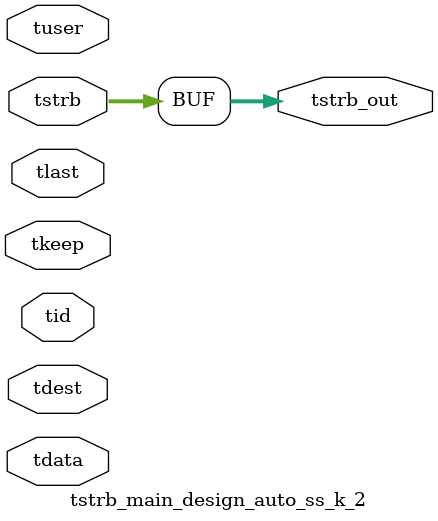
<source format=v>


`timescale 1ps/1ps

module tstrb_main_design_auto_ss_k_2 #
(
parameter C_S_AXIS_TDATA_WIDTH = 32,
parameter C_S_AXIS_TUSER_WIDTH = 0,
parameter C_S_AXIS_TID_WIDTH   = 0,
parameter C_S_AXIS_TDEST_WIDTH = 0,
parameter C_M_AXIS_TDATA_WIDTH = 32
)
(
input  [(C_S_AXIS_TDATA_WIDTH == 0 ? 1 : C_S_AXIS_TDATA_WIDTH)-1:0     ] tdata,
input  [(C_S_AXIS_TUSER_WIDTH == 0 ? 1 : C_S_AXIS_TUSER_WIDTH)-1:0     ] tuser,
input  [(C_S_AXIS_TID_WIDTH   == 0 ? 1 : C_S_AXIS_TID_WIDTH)-1:0       ] tid,
input  [(C_S_AXIS_TDEST_WIDTH == 0 ? 1 : C_S_AXIS_TDEST_WIDTH)-1:0     ] tdest,
input  [(C_S_AXIS_TDATA_WIDTH/8)-1:0 ] tkeep,
input  [(C_S_AXIS_TDATA_WIDTH/8)-1:0 ] tstrb,
input                                                                    tlast,
output [(C_M_AXIS_TDATA_WIDTH/8)-1:0 ] tstrb_out
);

assign tstrb_out = {tstrb[3:0]};

endmodule


</source>
